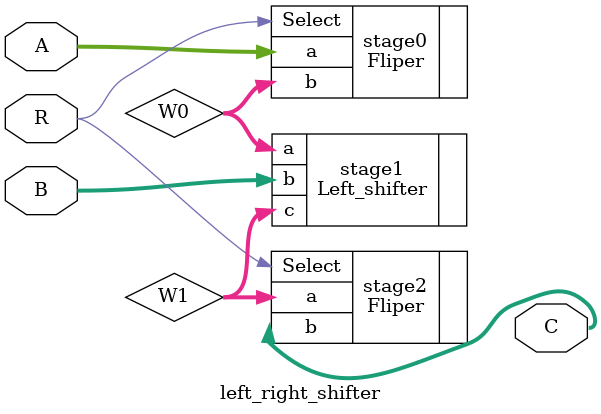
<source format=v>
`timescale 1ns / 1ps
module left_right_shifter( input [31:0]A, input [4:0]B, input R, output [31:0]C
    );
wire [31:0]W0;
wire [31:0]W1;

Fliper stage0(.a(A), .b(W0), .Select(R));
Left_shifter stage1(.a(W0), .b(B), .c(W1));
Fliper stage2(.a(W1), .b(C), .Select(R)); 

endmodule

</source>
